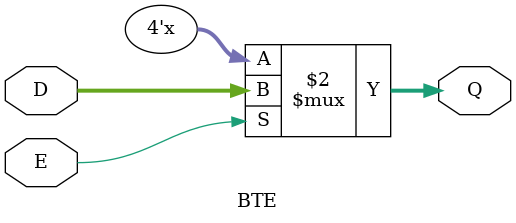
<source format=v>

module BTE(input E, input [3:0]D,  output [3:0]Q);

    assign Q = E==1?D:4'bzzzz;

endmodule

</source>
